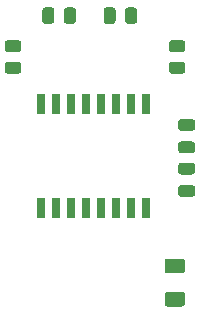
<source format=gtp>
G04 #@! TF.GenerationSoftware,KiCad,Pcbnew,5.1.9*
G04 #@! TF.CreationDate,2021-01-28T17:40:55+01:00*
G04 #@! TF.ProjectId,Teensy4.1_Ethercon_adapter,5465656e-7379-4342-9e31-5f4574686572,1.0*
G04 #@! TF.SameCoordinates,PX80befc0PY6dac2c0*
G04 #@! TF.FileFunction,Paste,Top*
G04 #@! TF.FilePolarity,Positive*
%FSLAX46Y46*%
G04 Gerber Fmt 4.6, Leading zero omitted, Abs format (unit mm)*
G04 Created by KiCad (PCBNEW 5.1.9) date 2021-01-28 17:40:55*
%MOMM*%
%LPD*%
G01*
G04 APERTURE LIST*
%ADD10R,0.760000X1.700000*%
G04 APERTURE END LIST*
G36*
G01*
X16275000Y2525000D02*
X17525000Y2525000D01*
G75*
G02*
X17775000Y2275000I0J-250000D01*
G01*
X17775000Y1525000D01*
G75*
G02*
X17525000Y1275000I-250000J0D01*
G01*
X16275000Y1275000D01*
G75*
G02*
X16025000Y1525000I0J250000D01*
G01*
X16025000Y2275000D01*
G75*
G02*
X16275000Y2525000I250000J0D01*
G01*
G37*
G36*
G01*
X16275000Y5325000D02*
X17525000Y5325000D01*
G75*
G02*
X17775000Y5075000I0J-250000D01*
G01*
X17775000Y4325000D01*
G75*
G02*
X17525000Y4075000I-250000J0D01*
G01*
X16275000Y4075000D01*
G75*
G02*
X16025000Y4325000I0J250000D01*
G01*
X16025000Y5075000D01*
G75*
G02*
X16275000Y5325000I250000J0D01*
G01*
G37*
G36*
G01*
X17425000Y11550000D02*
X18375000Y11550000D01*
G75*
G02*
X18625000Y11300000I0J-250000D01*
G01*
X18625000Y10800000D01*
G75*
G02*
X18375000Y10550000I-250000J0D01*
G01*
X17425000Y10550000D01*
G75*
G02*
X17175000Y10800000I0J250000D01*
G01*
X17175000Y11300000D01*
G75*
G02*
X17425000Y11550000I250000J0D01*
G01*
G37*
G36*
G01*
X17425000Y13450000D02*
X18375000Y13450000D01*
G75*
G02*
X18625000Y13200000I0J-250000D01*
G01*
X18625000Y12700000D01*
G75*
G02*
X18375000Y12450000I-250000J0D01*
G01*
X17425000Y12450000D01*
G75*
G02*
X17175000Y12700000I0J250000D01*
G01*
X17175000Y13200000D01*
G75*
G02*
X17425000Y13450000I250000J0D01*
G01*
G37*
G36*
G01*
X7500000Y25449999D02*
X7500000Y26350001D01*
G75*
G02*
X7749999Y26600000I249999J0D01*
G01*
X8275001Y26600000D01*
G75*
G02*
X8525000Y26350001I0J-249999D01*
G01*
X8525000Y25449999D01*
G75*
G02*
X8275001Y25200000I-249999J0D01*
G01*
X7749999Y25200000D01*
G75*
G02*
X7500000Y25449999I0J249999D01*
G01*
G37*
G36*
G01*
X5675000Y25449999D02*
X5675000Y26350001D01*
G75*
G02*
X5924999Y26600000I249999J0D01*
G01*
X6450001Y26600000D01*
G75*
G02*
X6700000Y26350001I0J-249999D01*
G01*
X6700000Y25449999D01*
G75*
G02*
X6450001Y25200000I-249999J0D01*
G01*
X5924999Y25200000D01*
G75*
G02*
X5675000Y25449999I0J249999D01*
G01*
G37*
G36*
G01*
X12687500Y25449999D02*
X12687500Y26350001D01*
G75*
G02*
X12937499Y26600000I249999J0D01*
G01*
X13462501Y26600000D01*
G75*
G02*
X13712500Y26350001I0J-249999D01*
G01*
X13712500Y25449999D01*
G75*
G02*
X13462501Y25200000I-249999J0D01*
G01*
X12937499Y25200000D01*
G75*
G02*
X12687500Y25449999I0J249999D01*
G01*
G37*
G36*
G01*
X10862500Y25449999D02*
X10862500Y26350001D01*
G75*
G02*
X11112499Y26600000I249999J0D01*
G01*
X11637501Y26600000D01*
G75*
G02*
X11887500Y26350001I0J-249999D01*
G01*
X11887500Y25449999D01*
G75*
G02*
X11637501Y25200000I-249999J0D01*
G01*
X11112499Y25200000D01*
G75*
G02*
X10862500Y25449999I0J249999D01*
G01*
G37*
G36*
G01*
X2749999Y22000000D02*
X3650001Y22000000D01*
G75*
G02*
X3900000Y21750001I0J-249999D01*
G01*
X3900000Y21224999D01*
G75*
G02*
X3650001Y20975000I-249999J0D01*
G01*
X2749999Y20975000D01*
G75*
G02*
X2500000Y21224999I0J249999D01*
G01*
X2500000Y21750001D01*
G75*
G02*
X2749999Y22000000I249999J0D01*
G01*
G37*
G36*
G01*
X2749999Y23825000D02*
X3650001Y23825000D01*
G75*
G02*
X3900000Y23575001I0J-249999D01*
G01*
X3900000Y23049999D01*
G75*
G02*
X3650001Y22800000I-249999J0D01*
G01*
X2749999Y22800000D01*
G75*
G02*
X2500000Y23049999I0J249999D01*
G01*
X2500000Y23575001D01*
G75*
G02*
X2749999Y23825000I249999J0D01*
G01*
G37*
G36*
G01*
X16649999Y22000000D02*
X17550001Y22000000D01*
G75*
G02*
X17800000Y21750001I0J-249999D01*
G01*
X17800000Y21224999D01*
G75*
G02*
X17550001Y20975000I-249999J0D01*
G01*
X16649999Y20975000D01*
G75*
G02*
X16400000Y21224999I0J249999D01*
G01*
X16400000Y21750001D01*
G75*
G02*
X16649999Y22000000I249999J0D01*
G01*
G37*
G36*
G01*
X16649999Y23825000D02*
X17550001Y23825000D01*
G75*
G02*
X17800000Y23575001I0J-249999D01*
G01*
X17800000Y23049999D01*
G75*
G02*
X17550001Y22800000I-249999J0D01*
G01*
X16649999Y22800000D01*
G75*
G02*
X16400000Y23049999I0J249999D01*
G01*
X16400000Y23575001D01*
G75*
G02*
X16649999Y23825000I249999J0D01*
G01*
G37*
G36*
G01*
X17425000Y15250000D02*
X18375000Y15250000D01*
G75*
G02*
X18625000Y15000000I0J-250000D01*
G01*
X18625000Y14500000D01*
G75*
G02*
X18375000Y14250000I-250000J0D01*
G01*
X17425000Y14250000D01*
G75*
G02*
X17175000Y14500000I0J250000D01*
G01*
X17175000Y15000000D01*
G75*
G02*
X17425000Y15250000I250000J0D01*
G01*
G37*
G36*
G01*
X17425000Y17150000D02*
X18375000Y17150000D01*
G75*
G02*
X18625000Y16900000I0J-250000D01*
G01*
X18625000Y16400000D01*
G75*
G02*
X18375000Y16150000I-250000J0D01*
G01*
X17425000Y16150000D01*
G75*
G02*
X17175000Y16400000I0J250000D01*
G01*
X17175000Y16900000D01*
G75*
G02*
X17425000Y17150000I250000J0D01*
G01*
G37*
D10*
X5555000Y9600000D03*
X6825000Y9600000D03*
X8095000Y9600000D03*
X9365000Y9600000D03*
X13175000Y9600000D03*
X10635000Y9600000D03*
X11905000Y9600000D03*
X14445000Y9600000D03*
X8095000Y18400000D03*
X11905000Y18400000D03*
X14445000Y18400000D03*
X6825000Y18400000D03*
X13175000Y18400000D03*
X9365000Y18400000D03*
X5555000Y18400000D03*
X10635000Y18400000D03*
M02*

</source>
